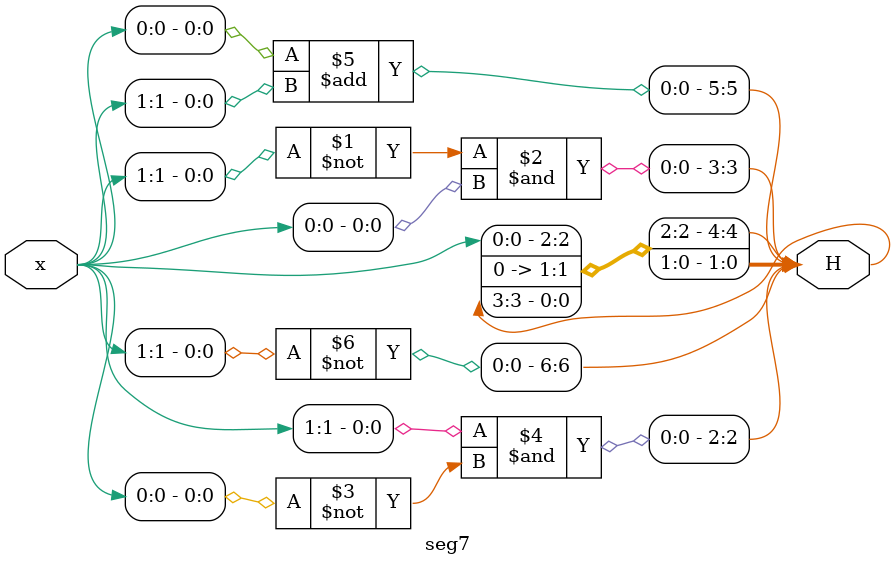
<source format=v>
module seg7(x, H);
    input [1:0] x;
    output [6:0] H;

    assign H[0] = ~x[1] & x[0];
    assign H[1] = 1'b0;
    assign H[2] = x[1] & ~x[0];
    assign H[3] = H[0];
    assign H[4] = x[0];
    assign H[5] = x[0]+x[1];
    assign H[6] = ~x[1];

endmodule // End of Module hello_world
</source>
